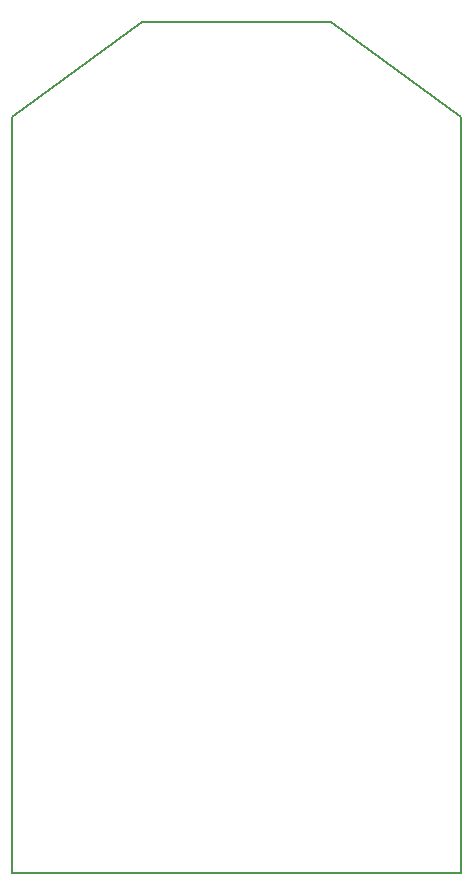
<source format=gm1>
G04 #@! TF.FileFunction,Profile,NP*
%FSLAX46Y46*%
G04 Gerber Fmt 4.6, Leading zero omitted, Abs format (unit mm)*
G04 Created by KiCad (PCBNEW 4.0.2+dfsg1-stable) date Mon 05 Nov 2018 12:17:06 AM EST*
%MOMM*%
G01*
G04 APERTURE LIST*
%ADD10C,0.100000*%
%ADD11C,0.150000*%
G04 APERTURE END LIST*
D10*
D11*
X105000000Y-62000000D02*
X121000000Y-62000000D01*
X94000000Y-70000000D02*
X105000000Y-62000000D01*
X94000000Y-134000000D02*
X94000000Y-70000000D01*
X132000000Y-134000000D02*
X94000000Y-134000000D01*
X132000000Y-70000000D02*
X132000000Y-134000000D01*
X121000000Y-62000000D02*
X132000000Y-70000000D01*
M02*

</source>
